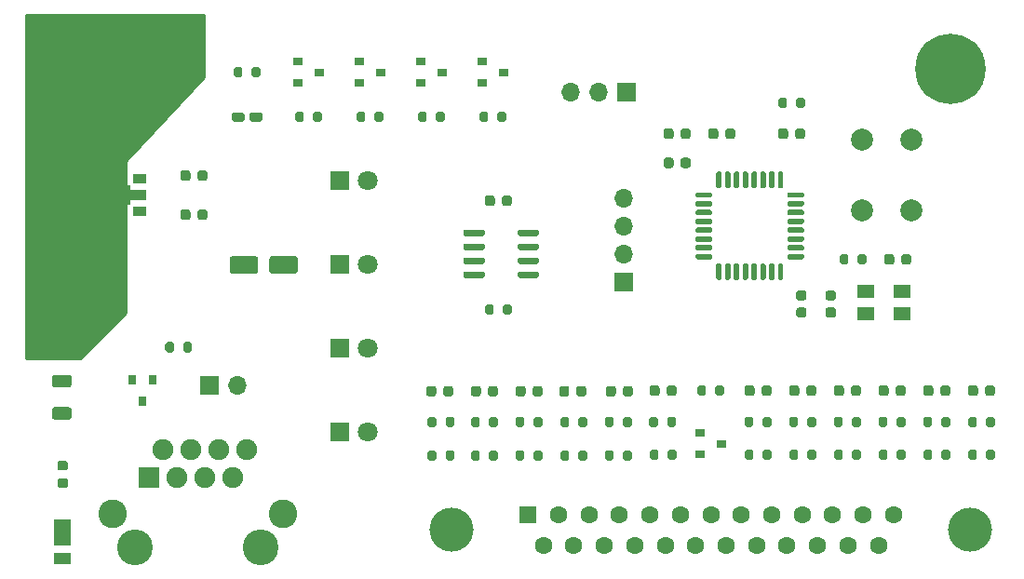
<source format=gbr>
%TF.GenerationSoftware,KiCad,Pcbnew,(5.1.8)-1*%
%TF.CreationDate,2021-02-10T22:47:22+08:00*%
%TF.ProjectId,mpg,6d70672e-6b69-4636-9164-5f7063625858,rev?*%
%TF.SameCoordinates,Original*%
%TF.FileFunction,Soldermask,Top*%
%TF.FilePolarity,Negative*%
%FSLAX46Y46*%
G04 Gerber Fmt 4.6, Leading zero omitted, Abs format (unit mm)*
G04 Created by KiCad (PCBNEW (5.1.8)-1) date 2021-02-10 22:47:22*
%MOMM*%
%LPD*%
G01*
G04 APERTURE LIST*
%ADD10R,1.900000X1.900000*%
%ADD11C,1.900000*%
%ADD12C,2.600000*%
%ADD13C,3.250000*%
%ADD14O,1.700000X1.700000*%
%ADD15R,1.700000X1.700000*%
%ADD16C,4.000000*%
%ADD17C,1.600000*%
%ADD18R,1.600000X1.600000*%
%ADD19C,1.800000*%
%ADD20R,1.800000X1.800000*%
%ADD21R,1.600000X1.300000*%
%ADD22R,0.800000X0.900000*%
%ADD23C,0.800000*%
%ADD24C,6.400000*%
%ADD25C,0.100000*%
%ADD26R,1.300000X0.900000*%
%ADD27C,2.000000*%
%ADD28R,0.900000X0.800000*%
%ADD29R,1.500000X1.050000*%
%ADD30R,1.500000X2.400000*%
%ADD31C,0.254000*%
G04 APERTURE END LIST*
D10*
%TO.C,J5*%
X100550000Y-97664000D03*
D11*
X101820000Y-95124000D03*
X103090000Y-97664000D03*
X104360000Y-95124000D03*
X105630000Y-97664000D03*
X106900000Y-95124000D03*
X108170000Y-97664000D03*
X109440000Y-95124000D03*
D12*
X97220000Y-100954000D03*
X112770000Y-100954000D03*
D13*
X99280000Y-104004000D03*
X110710000Y-104004000D03*
%TD*%
D14*
%TO.C,J4*%
X108597000Y-89238000D03*
D15*
X106057000Y-89238000D03*
%TD*%
%TO.C,U2*%
G36*
G01*
X158256000Y-78310000D02*
X158256000Y-79560000D01*
G75*
G02*
X158131000Y-79685000I-125000J0D01*
G01*
X157881000Y-79685000D01*
G75*
G02*
X157756000Y-79560000I0J125000D01*
G01*
X157756000Y-78310000D01*
G75*
G02*
X157881000Y-78185000I125000J0D01*
G01*
X158131000Y-78185000D01*
G75*
G02*
X158256000Y-78310000I0J-125000D01*
G01*
G37*
G36*
G01*
X157456000Y-78310000D02*
X157456000Y-79560000D01*
G75*
G02*
X157331000Y-79685000I-125000J0D01*
G01*
X157081000Y-79685000D01*
G75*
G02*
X156956000Y-79560000I0J125000D01*
G01*
X156956000Y-78310000D01*
G75*
G02*
X157081000Y-78185000I125000J0D01*
G01*
X157331000Y-78185000D01*
G75*
G02*
X157456000Y-78310000I0J-125000D01*
G01*
G37*
G36*
G01*
X156656000Y-78310000D02*
X156656000Y-79560000D01*
G75*
G02*
X156531000Y-79685000I-125000J0D01*
G01*
X156281000Y-79685000D01*
G75*
G02*
X156156000Y-79560000I0J125000D01*
G01*
X156156000Y-78310000D01*
G75*
G02*
X156281000Y-78185000I125000J0D01*
G01*
X156531000Y-78185000D01*
G75*
G02*
X156656000Y-78310000I0J-125000D01*
G01*
G37*
G36*
G01*
X155856000Y-78310000D02*
X155856000Y-79560000D01*
G75*
G02*
X155731000Y-79685000I-125000J0D01*
G01*
X155481000Y-79685000D01*
G75*
G02*
X155356000Y-79560000I0J125000D01*
G01*
X155356000Y-78310000D01*
G75*
G02*
X155481000Y-78185000I125000J0D01*
G01*
X155731000Y-78185000D01*
G75*
G02*
X155856000Y-78310000I0J-125000D01*
G01*
G37*
G36*
G01*
X155056000Y-78310000D02*
X155056000Y-79560000D01*
G75*
G02*
X154931000Y-79685000I-125000J0D01*
G01*
X154681000Y-79685000D01*
G75*
G02*
X154556000Y-79560000I0J125000D01*
G01*
X154556000Y-78310000D01*
G75*
G02*
X154681000Y-78185000I125000J0D01*
G01*
X154931000Y-78185000D01*
G75*
G02*
X155056000Y-78310000I0J-125000D01*
G01*
G37*
G36*
G01*
X154256000Y-78310000D02*
X154256000Y-79560000D01*
G75*
G02*
X154131000Y-79685000I-125000J0D01*
G01*
X153881000Y-79685000D01*
G75*
G02*
X153756000Y-79560000I0J125000D01*
G01*
X153756000Y-78310000D01*
G75*
G02*
X153881000Y-78185000I125000J0D01*
G01*
X154131000Y-78185000D01*
G75*
G02*
X154256000Y-78310000I0J-125000D01*
G01*
G37*
G36*
G01*
X153456000Y-78310000D02*
X153456000Y-79560000D01*
G75*
G02*
X153331000Y-79685000I-125000J0D01*
G01*
X153081000Y-79685000D01*
G75*
G02*
X152956000Y-79560000I0J125000D01*
G01*
X152956000Y-78310000D01*
G75*
G02*
X153081000Y-78185000I125000J0D01*
G01*
X153331000Y-78185000D01*
G75*
G02*
X153456000Y-78310000I0J-125000D01*
G01*
G37*
G36*
G01*
X152656000Y-78310000D02*
X152656000Y-79560000D01*
G75*
G02*
X152531000Y-79685000I-125000J0D01*
G01*
X152281000Y-79685000D01*
G75*
G02*
X152156000Y-79560000I0J125000D01*
G01*
X152156000Y-78310000D01*
G75*
G02*
X152281000Y-78185000I125000J0D01*
G01*
X152531000Y-78185000D01*
G75*
G02*
X152656000Y-78310000I0J-125000D01*
G01*
G37*
G36*
G01*
X151781000Y-77435000D02*
X151781000Y-77685000D01*
G75*
G02*
X151656000Y-77810000I-125000J0D01*
G01*
X150406000Y-77810000D01*
G75*
G02*
X150281000Y-77685000I0J125000D01*
G01*
X150281000Y-77435000D01*
G75*
G02*
X150406000Y-77310000I125000J0D01*
G01*
X151656000Y-77310000D01*
G75*
G02*
X151781000Y-77435000I0J-125000D01*
G01*
G37*
G36*
G01*
X151781000Y-76635000D02*
X151781000Y-76885000D01*
G75*
G02*
X151656000Y-77010000I-125000J0D01*
G01*
X150406000Y-77010000D01*
G75*
G02*
X150281000Y-76885000I0J125000D01*
G01*
X150281000Y-76635000D01*
G75*
G02*
X150406000Y-76510000I125000J0D01*
G01*
X151656000Y-76510000D01*
G75*
G02*
X151781000Y-76635000I0J-125000D01*
G01*
G37*
G36*
G01*
X151781000Y-75835000D02*
X151781000Y-76085000D01*
G75*
G02*
X151656000Y-76210000I-125000J0D01*
G01*
X150406000Y-76210000D01*
G75*
G02*
X150281000Y-76085000I0J125000D01*
G01*
X150281000Y-75835000D01*
G75*
G02*
X150406000Y-75710000I125000J0D01*
G01*
X151656000Y-75710000D01*
G75*
G02*
X151781000Y-75835000I0J-125000D01*
G01*
G37*
G36*
G01*
X151781000Y-75035000D02*
X151781000Y-75285000D01*
G75*
G02*
X151656000Y-75410000I-125000J0D01*
G01*
X150406000Y-75410000D01*
G75*
G02*
X150281000Y-75285000I0J125000D01*
G01*
X150281000Y-75035000D01*
G75*
G02*
X150406000Y-74910000I125000J0D01*
G01*
X151656000Y-74910000D01*
G75*
G02*
X151781000Y-75035000I0J-125000D01*
G01*
G37*
G36*
G01*
X151781000Y-74235000D02*
X151781000Y-74485000D01*
G75*
G02*
X151656000Y-74610000I-125000J0D01*
G01*
X150406000Y-74610000D01*
G75*
G02*
X150281000Y-74485000I0J125000D01*
G01*
X150281000Y-74235000D01*
G75*
G02*
X150406000Y-74110000I125000J0D01*
G01*
X151656000Y-74110000D01*
G75*
G02*
X151781000Y-74235000I0J-125000D01*
G01*
G37*
G36*
G01*
X151781000Y-73435000D02*
X151781000Y-73685000D01*
G75*
G02*
X151656000Y-73810000I-125000J0D01*
G01*
X150406000Y-73810000D01*
G75*
G02*
X150281000Y-73685000I0J125000D01*
G01*
X150281000Y-73435000D01*
G75*
G02*
X150406000Y-73310000I125000J0D01*
G01*
X151656000Y-73310000D01*
G75*
G02*
X151781000Y-73435000I0J-125000D01*
G01*
G37*
G36*
G01*
X151781000Y-72635000D02*
X151781000Y-72885000D01*
G75*
G02*
X151656000Y-73010000I-125000J0D01*
G01*
X150406000Y-73010000D01*
G75*
G02*
X150281000Y-72885000I0J125000D01*
G01*
X150281000Y-72635000D01*
G75*
G02*
X150406000Y-72510000I125000J0D01*
G01*
X151656000Y-72510000D01*
G75*
G02*
X151781000Y-72635000I0J-125000D01*
G01*
G37*
G36*
G01*
X151781000Y-71835000D02*
X151781000Y-72085000D01*
G75*
G02*
X151656000Y-72210000I-125000J0D01*
G01*
X150406000Y-72210000D01*
G75*
G02*
X150281000Y-72085000I0J125000D01*
G01*
X150281000Y-71835000D01*
G75*
G02*
X150406000Y-71710000I125000J0D01*
G01*
X151656000Y-71710000D01*
G75*
G02*
X151781000Y-71835000I0J-125000D01*
G01*
G37*
G36*
G01*
X152656000Y-69960000D02*
X152656000Y-71210000D01*
G75*
G02*
X152531000Y-71335000I-125000J0D01*
G01*
X152281000Y-71335000D01*
G75*
G02*
X152156000Y-71210000I0J125000D01*
G01*
X152156000Y-69960000D01*
G75*
G02*
X152281000Y-69835000I125000J0D01*
G01*
X152531000Y-69835000D01*
G75*
G02*
X152656000Y-69960000I0J-125000D01*
G01*
G37*
G36*
G01*
X153456000Y-69960000D02*
X153456000Y-71210000D01*
G75*
G02*
X153331000Y-71335000I-125000J0D01*
G01*
X153081000Y-71335000D01*
G75*
G02*
X152956000Y-71210000I0J125000D01*
G01*
X152956000Y-69960000D01*
G75*
G02*
X153081000Y-69835000I125000J0D01*
G01*
X153331000Y-69835000D01*
G75*
G02*
X153456000Y-69960000I0J-125000D01*
G01*
G37*
G36*
G01*
X154256000Y-69960000D02*
X154256000Y-71210000D01*
G75*
G02*
X154131000Y-71335000I-125000J0D01*
G01*
X153881000Y-71335000D01*
G75*
G02*
X153756000Y-71210000I0J125000D01*
G01*
X153756000Y-69960000D01*
G75*
G02*
X153881000Y-69835000I125000J0D01*
G01*
X154131000Y-69835000D01*
G75*
G02*
X154256000Y-69960000I0J-125000D01*
G01*
G37*
G36*
G01*
X155056000Y-69960000D02*
X155056000Y-71210000D01*
G75*
G02*
X154931000Y-71335000I-125000J0D01*
G01*
X154681000Y-71335000D01*
G75*
G02*
X154556000Y-71210000I0J125000D01*
G01*
X154556000Y-69960000D01*
G75*
G02*
X154681000Y-69835000I125000J0D01*
G01*
X154931000Y-69835000D01*
G75*
G02*
X155056000Y-69960000I0J-125000D01*
G01*
G37*
G36*
G01*
X155856000Y-69960000D02*
X155856000Y-71210000D01*
G75*
G02*
X155731000Y-71335000I-125000J0D01*
G01*
X155481000Y-71335000D01*
G75*
G02*
X155356000Y-71210000I0J125000D01*
G01*
X155356000Y-69960000D01*
G75*
G02*
X155481000Y-69835000I125000J0D01*
G01*
X155731000Y-69835000D01*
G75*
G02*
X155856000Y-69960000I0J-125000D01*
G01*
G37*
G36*
G01*
X156656000Y-69960000D02*
X156656000Y-71210000D01*
G75*
G02*
X156531000Y-71335000I-125000J0D01*
G01*
X156281000Y-71335000D01*
G75*
G02*
X156156000Y-71210000I0J125000D01*
G01*
X156156000Y-69960000D01*
G75*
G02*
X156281000Y-69835000I125000J0D01*
G01*
X156531000Y-69835000D01*
G75*
G02*
X156656000Y-69960000I0J-125000D01*
G01*
G37*
G36*
G01*
X157456000Y-69960000D02*
X157456000Y-71210000D01*
G75*
G02*
X157331000Y-71335000I-125000J0D01*
G01*
X157081000Y-71335000D01*
G75*
G02*
X156956000Y-71210000I0J125000D01*
G01*
X156956000Y-69960000D01*
G75*
G02*
X157081000Y-69835000I125000J0D01*
G01*
X157331000Y-69835000D01*
G75*
G02*
X157456000Y-69960000I0J-125000D01*
G01*
G37*
G36*
G01*
X158256000Y-69960000D02*
X158256000Y-71210000D01*
G75*
G02*
X158131000Y-71335000I-125000J0D01*
G01*
X157881000Y-71335000D01*
G75*
G02*
X157756000Y-71210000I0J125000D01*
G01*
X157756000Y-69960000D01*
G75*
G02*
X157881000Y-69835000I125000J0D01*
G01*
X158131000Y-69835000D01*
G75*
G02*
X158256000Y-69960000I0J-125000D01*
G01*
G37*
G36*
G01*
X160131000Y-71835000D02*
X160131000Y-72085000D01*
G75*
G02*
X160006000Y-72210000I-125000J0D01*
G01*
X158756000Y-72210000D01*
G75*
G02*
X158631000Y-72085000I0J125000D01*
G01*
X158631000Y-71835000D01*
G75*
G02*
X158756000Y-71710000I125000J0D01*
G01*
X160006000Y-71710000D01*
G75*
G02*
X160131000Y-71835000I0J-125000D01*
G01*
G37*
G36*
G01*
X160131000Y-72635000D02*
X160131000Y-72885000D01*
G75*
G02*
X160006000Y-73010000I-125000J0D01*
G01*
X158756000Y-73010000D01*
G75*
G02*
X158631000Y-72885000I0J125000D01*
G01*
X158631000Y-72635000D01*
G75*
G02*
X158756000Y-72510000I125000J0D01*
G01*
X160006000Y-72510000D01*
G75*
G02*
X160131000Y-72635000I0J-125000D01*
G01*
G37*
G36*
G01*
X160131000Y-73435000D02*
X160131000Y-73685000D01*
G75*
G02*
X160006000Y-73810000I-125000J0D01*
G01*
X158756000Y-73810000D01*
G75*
G02*
X158631000Y-73685000I0J125000D01*
G01*
X158631000Y-73435000D01*
G75*
G02*
X158756000Y-73310000I125000J0D01*
G01*
X160006000Y-73310000D01*
G75*
G02*
X160131000Y-73435000I0J-125000D01*
G01*
G37*
G36*
G01*
X160131000Y-74235000D02*
X160131000Y-74485000D01*
G75*
G02*
X160006000Y-74610000I-125000J0D01*
G01*
X158756000Y-74610000D01*
G75*
G02*
X158631000Y-74485000I0J125000D01*
G01*
X158631000Y-74235000D01*
G75*
G02*
X158756000Y-74110000I125000J0D01*
G01*
X160006000Y-74110000D01*
G75*
G02*
X160131000Y-74235000I0J-125000D01*
G01*
G37*
G36*
G01*
X160131000Y-75035000D02*
X160131000Y-75285000D01*
G75*
G02*
X160006000Y-75410000I-125000J0D01*
G01*
X158756000Y-75410000D01*
G75*
G02*
X158631000Y-75285000I0J125000D01*
G01*
X158631000Y-75035000D01*
G75*
G02*
X158756000Y-74910000I125000J0D01*
G01*
X160006000Y-74910000D01*
G75*
G02*
X160131000Y-75035000I0J-125000D01*
G01*
G37*
G36*
G01*
X160131000Y-75835000D02*
X160131000Y-76085000D01*
G75*
G02*
X160006000Y-76210000I-125000J0D01*
G01*
X158756000Y-76210000D01*
G75*
G02*
X158631000Y-76085000I0J125000D01*
G01*
X158631000Y-75835000D01*
G75*
G02*
X158756000Y-75710000I125000J0D01*
G01*
X160006000Y-75710000D01*
G75*
G02*
X160131000Y-75835000I0J-125000D01*
G01*
G37*
G36*
G01*
X160131000Y-76635000D02*
X160131000Y-76885000D01*
G75*
G02*
X160006000Y-77010000I-125000J0D01*
G01*
X158756000Y-77010000D01*
G75*
G02*
X158631000Y-76885000I0J125000D01*
G01*
X158631000Y-76635000D01*
G75*
G02*
X158756000Y-76510000I125000J0D01*
G01*
X160006000Y-76510000D01*
G75*
G02*
X160131000Y-76635000I0J-125000D01*
G01*
G37*
G36*
G01*
X160131000Y-77435000D02*
X160131000Y-77685000D01*
G75*
G02*
X160006000Y-77810000I-125000J0D01*
G01*
X158756000Y-77810000D01*
G75*
G02*
X158631000Y-77685000I0J125000D01*
G01*
X158631000Y-77435000D01*
G75*
G02*
X158756000Y-77310000I125000J0D01*
G01*
X160006000Y-77310000D01*
G75*
G02*
X160131000Y-77435000I0J-125000D01*
G01*
G37*
%TD*%
D14*
%TO.C,J2*%
X143776000Y-72220000D03*
X143776000Y-74760000D03*
X143776000Y-77300000D03*
D15*
X143776000Y-79840000D03*
%TD*%
D16*
%TO.C,J1*%
X175220000Y-102424000D03*
X128120000Y-102424000D03*
D17*
X166905000Y-103844000D03*
X164135000Y-103844000D03*
X161365000Y-103844000D03*
X158595000Y-103844000D03*
X155825000Y-103844000D03*
X153055000Y-103844000D03*
X150285000Y-103844000D03*
X147515000Y-103844000D03*
X144745000Y-103844000D03*
X141975000Y-103844000D03*
X139205000Y-103844000D03*
X136435000Y-103844000D03*
X168290000Y-101004000D03*
X165520000Y-101004000D03*
X162750000Y-101004000D03*
X159980000Y-101004000D03*
X157210000Y-101004000D03*
X154440000Y-101004000D03*
X151670000Y-101004000D03*
X148900000Y-101004000D03*
X146130000Y-101004000D03*
X143360000Y-101004000D03*
X140590000Y-101004000D03*
X137820000Y-101004000D03*
D18*
X135050000Y-101004000D03*
%TD*%
D19*
%TO.C,D6*%
X120484200Y-93515360D03*
D20*
X117944200Y-93515360D03*
%TD*%
%TO.C,C10*%
G36*
G01*
X111510000Y-78866000D02*
X111510000Y-77766000D01*
G75*
G02*
X111760000Y-77516000I250000J0D01*
G01*
X113860000Y-77516000D01*
G75*
G02*
X114110000Y-77766000I0J-250000D01*
G01*
X114110000Y-78866000D01*
G75*
G02*
X113860000Y-79116000I-250000J0D01*
G01*
X111760000Y-79116000D01*
G75*
G02*
X111510000Y-78866000I0J250000D01*
G01*
G37*
G36*
G01*
X107910000Y-78866000D02*
X107910000Y-77766000D01*
G75*
G02*
X108160000Y-77516000I250000J0D01*
G01*
X110260000Y-77516000D01*
G75*
G02*
X110510000Y-77766000I0J-250000D01*
G01*
X110510000Y-78866000D01*
G75*
G02*
X110260000Y-79116000I-250000J0D01*
G01*
X108160000Y-79116000D01*
G75*
G02*
X107910000Y-78866000I0J250000D01*
G01*
G37*
%TD*%
%TO.C,C8*%
G36*
G01*
X104985000Y-70438000D02*
X104985000Y-69938000D01*
G75*
G02*
X105210000Y-69713000I225000J0D01*
G01*
X105660000Y-69713000D01*
G75*
G02*
X105885000Y-69938000I0J-225000D01*
G01*
X105885000Y-70438000D01*
G75*
G02*
X105660000Y-70663000I-225000J0D01*
G01*
X105210000Y-70663000D01*
G75*
G02*
X104985000Y-70438000I0J225000D01*
G01*
G37*
G36*
G01*
X103435000Y-70438000D02*
X103435000Y-69938000D01*
G75*
G02*
X103660000Y-69713000I225000J0D01*
G01*
X104110000Y-69713000D01*
G75*
G02*
X104335000Y-69938000I0J-225000D01*
G01*
X104335000Y-70438000D01*
G75*
G02*
X104110000Y-70663000I-225000J0D01*
G01*
X103660000Y-70663000D01*
G75*
G02*
X103435000Y-70438000I0J225000D01*
G01*
G37*
%TD*%
%TO.C,C6*%
G36*
G01*
X93290001Y-89454000D02*
X91989999Y-89454000D01*
G75*
G02*
X91740000Y-89204001I0J249999D01*
G01*
X91740000Y-88553999D01*
G75*
G02*
X91989999Y-88304000I249999J0D01*
G01*
X93290001Y-88304000D01*
G75*
G02*
X93540000Y-88553999I0J-249999D01*
G01*
X93540000Y-89204001D01*
G75*
G02*
X93290001Y-89454000I-249999J0D01*
G01*
G37*
G36*
G01*
X93290001Y-92404000D02*
X91989999Y-92404000D01*
G75*
G02*
X91740000Y-92154001I0J249999D01*
G01*
X91740000Y-91503999D01*
G75*
G02*
X91989999Y-91254000I249999J0D01*
G01*
X93290001Y-91254000D01*
G75*
G02*
X93540000Y-91503999I0J-249999D01*
G01*
X93540000Y-92154001D01*
G75*
G02*
X93290001Y-92404000I-249999J0D01*
G01*
G37*
%TD*%
%TO.C,C5*%
G36*
G01*
X104985000Y-73994000D02*
X104985000Y-73494000D01*
G75*
G02*
X105210000Y-73269000I225000J0D01*
G01*
X105660000Y-73269000D01*
G75*
G02*
X105885000Y-73494000I0J-225000D01*
G01*
X105885000Y-73994000D01*
G75*
G02*
X105660000Y-74219000I-225000J0D01*
G01*
X105210000Y-74219000D01*
G75*
G02*
X104985000Y-73994000I0J225000D01*
G01*
G37*
G36*
G01*
X103435000Y-73994000D02*
X103435000Y-73494000D01*
G75*
G02*
X103660000Y-73269000I225000J0D01*
G01*
X104110000Y-73269000D01*
G75*
G02*
X104335000Y-73494000I0J-225000D01*
G01*
X104335000Y-73994000D01*
G75*
G02*
X104110000Y-74219000I-225000J0D01*
G01*
X103660000Y-74219000D01*
G75*
G02*
X103435000Y-73994000I0J225000D01*
G01*
G37*
%TD*%
D21*
%TO.C,Y1*%
X165748000Y-80737200D03*
X169048000Y-80737200D03*
X169048000Y-82737200D03*
X165748000Y-82737200D03*
%TD*%
D22*
%TO.C,U4*%
X99961000Y-90746000D03*
X99011000Y-88746000D03*
X100911000Y-88746000D03*
%TD*%
%TO.C,R34*%
G36*
G01*
X131413000Y-64579000D02*
X131413000Y-65129000D01*
G75*
G02*
X131213000Y-65329000I-200000J0D01*
G01*
X130813000Y-65329000D01*
G75*
G02*
X130613000Y-65129000I0J200000D01*
G01*
X130613000Y-64579000D01*
G75*
G02*
X130813000Y-64379000I200000J0D01*
G01*
X131213000Y-64379000D01*
G75*
G02*
X131413000Y-64579000I0J-200000D01*
G01*
G37*
G36*
G01*
X133063000Y-64579000D02*
X133063000Y-65129000D01*
G75*
G02*
X132863000Y-65329000I-200000J0D01*
G01*
X132463000Y-65329000D01*
G75*
G02*
X132263000Y-65129000I0J200000D01*
G01*
X132263000Y-64579000D01*
G75*
G02*
X132463000Y-64379000I200000J0D01*
G01*
X132863000Y-64379000D01*
G75*
G02*
X133063000Y-64579000I0J-200000D01*
G01*
G37*
%TD*%
%TO.C,R33*%
G36*
G01*
X165029000Y-78083000D02*
X165029000Y-77533000D01*
G75*
G02*
X165229000Y-77333000I200000J0D01*
G01*
X165629000Y-77333000D01*
G75*
G02*
X165829000Y-77533000I0J-200000D01*
G01*
X165829000Y-78083000D01*
G75*
G02*
X165629000Y-78283000I-200000J0D01*
G01*
X165229000Y-78283000D01*
G75*
G02*
X165029000Y-78083000I0J200000D01*
G01*
G37*
G36*
G01*
X163379000Y-78083000D02*
X163379000Y-77533000D01*
G75*
G02*
X163579000Y-77333000I200000J0D01*
G01*
X163979000Y-77333000D01*
G75*
G02*
X164179000Y-77533000I0J-200000D01*
G01*
X164179000Y-78083000D01*
G75*
G02*
X163979000Y-78283000I-200000J0D01*
G01*
X163579000Y-78283000D01*
G75*
G02*
X163379000Y-78083000I0J200000D01*
G01*
G37*
%TD*%
%TO.C,R32*%
G36*
G01*
X176720020Y-92878200D02*
X176720020Y-92328200D01*
G75*
G02*
X176920020Y-92128200I200000J0D01*
G01*
X177320020Y-92128200D01*
G75*
G02*
X177520020Y-92328200I0J-200000D01*
G01*
X177520020Y-92878200D01*
G75*
G02*
X177320020Y-93078200I-200000J0D01*
G01*
X176920020Y-93078200D01*
G75*
G02*
X176720020Y-92878200I0J200000D01*
G01*
G37*
G36*
G01*
X175070020Y-92878200D02*
X175070020Y-92328200D01*
G75*
G02*
X175270020Y-92128200I200000J0D01*
G01*
X175670020Y-92128200D01*
G75*
G02*
X175870020Y-92328200I0J-200000D01*
G01*
X175870020Y-92878200D01*
G75*
G02*
X175670020Y-93078200I-200000J0D01*
G01*
X175270020Y-93078200D01*
G75*
G02*
X175070020Y-92878200I0J200000D01*
G01*
G37*
%TD*%
%TO.C,R31*%
G36*
G01*
X175870020Y-95313000D02*
X175870020Y-95863000D01*
G75*
G02*
X175670020Y-96063000I-200000J0D01*
G01*
X175270020Y-96063000D01*
G75*
G02*
X175070020Y-95863000I0J200000D01*
G01*
X175070020Y-95313000D01*
G75*
G02*
X175270020Y-95113000I200000J0D01*
G01*
X175670020Y-95113000D01*
G75*
G02*
X175870020Y-95313000I0J-200000D01*
G01*
G37*
G36*
G01*
X177520020Y-95313000D02*
X177520020Y-95863000D01*
G75*
G02*
X177320020Y-96063000I-200000J0D01*
G01*
X176920020Y-96063000D01*
G75*
G02*
X176720020Y-95863000I0J200000D01*
G01*
X176720020Y-95313000D01*
G75*
G02*
X176920020Y-95113000I200000J0D01*
G01*
X177320020Y-95113000D01*
G75*
G02*
X177520020Y-95313000I0J-200000D01*
G01*
G37*
%TD*%
%TO.C,R30*%
G36*
G01*
X171799000Y-92328200D02*
X171799000Y-92878200D01*
G75*
G02*
X171599000Y-93078200I-200000J0D01*
G01*
X171199000Y-93078200D01*
G75*
G02*
X170999000Y-92878200I0J200000D01*
G01*
X170999000Y-92328200D01*
G75*
G02*
X171199000Y-92128200I200000J0D01*
G01*
X171599000Y-92128200D01*
G75*
G02*
X171799000Y-92328200I0J-200000D01*
G01*
G37*
G36*
G01*
X173449000Y-92328200D02*
X173449000Y-92878200D01*
G75*
G02*
X173249000Y-93078200I-200000J0D01*
G01*
X172849000Y-93078200D01*
G75*
G02*
X172649000Y-92878200I0J200000D01*
G01*
X172649000Y-92328200D01*
G75*
G02*
X172849000Y-92128200I200000J0D01*
G01*
X173249000Y-92128200D01*
G75*
G02*
X173449000Y-92328200I0J-200000D01*
G01*
G37*
%TD*%
%TO.C,R29*%
G36*
G01*
X172649000Y-95863000D02*
X172649000Y-95313000D01*
G75*
G02*
X172849000Y-95113000I200000J0D01*
G01*
X173249000Y-95113000D01*
G75*
G02*
X173449000Y-95313000I0J-200000D01*
G01*
X173449000Y-95863000D01*
G75*
G02*
X173249000Y-96063000I-200000J0D01*
G01*
X172849000Y-96063000D01*
G75*
G02*
X172649000Y-95863000I0J200000D01*
G01*
G37*
G36*
G01*
X170999000Y-95863000D02*
X170999000Y-95313000D01*
G75*
G02*
X171199000Y-95113000I200000J0D01*
G01*
X171599000Y-95113000D01*
G75*
G02*
X171799000Y-95313000I0J-200000D01*
G01*
X171799000Y-95863000D01*
G75*
G02*
X171599000Y-96063000I-200000J0D01*
G01*
X171199000Y-96063000D01*
G75*
G02*
X170999000Y-95863000I0J200000D01*
G01*
G37*
%TD*%
%TO.C,R28*%
G36*
G01*
X168585000Y-92878200D02*
X168585000Y-92328200D01*
G75*
G02*
X168785000Y-92128200I200000J0D01*
G01*
X169185000Y-92128200D01*
G75*
G02*
X169385000Y-92328200I0J-200000D01*
G01*
X169385000Y-92878200D01*
G75*
G02*
X169185000Y-93078200I-200000J0D01*
G01*
X168785000Y-93078200D01*
G75*
G02*
X168585000Y-92878200I0J200000D01*
G01*
G37*
G36*
G01*
X166935000Y-92878200D02*
X166935000Y-92328200D01*
G75*
G02*
X167135000Y-92128200I200000J0D01*
G01*
X167535000Y-92128200D01*
G75*
G02*
X167735000Y-92328200I0J-200000D01*
G01*
X167735000Y-92878200D01*
G75*
G02*
X167535000Y-93078200I-200000J0D01*
G01*
X167135000Y-93078200D01*
G75*
G02*
X166935000Y-92878200I0J200000D01*
G01*
G37*
%TD*%
%TO.C,R27*%
G36*
G01*
X167735000Y-95313000D02*
X167735000Y-95863000D01*
G75*
G02*
X167535000Y-96063000I-200000J0D01*
G01*
X167135000Y-96063000D01*
G75*
G02*
X166935000Y-95863000I0J200000D01*
G01*
X166935000Y-95313000D01*
G75*
G02*
X167135000Y-95113000I200000J0D01*
G01*
X167535000Y-95113000D01*
G75*
G02*
X167735000Y-95313000I0J-200000D01*
G01*
G37*
G36*
G01*
X169385000Y-95313000D02*
X169385000Y-95863000D01*
G75*
G02*
X169185000Y-96063000I-200000J0D01*
G01*
X168785000Y-96063000D01*
G75*
G02*
X168585000Y-95863000I0J200000D01*
G01*
X168585000Y-95313000D01*
G75*
G02*
X168785000Y-95113000I200000J0D01*
G01*
X169185000Y-95113000D01*
G75*
G02*
X169385000Y-95313000I0J-200000D01*
G01*
G37*
%TD*%
%TO.C,R26*%
G36*
G01*
X163671000Y-92328200D02*
X163671000Y-92878200D01*
G75*
G02*
X163471000Y-93078200I-200000J0D01*
G01*
X163071000Y-93078200D01*
G75*
G02*
X162871000Y-92878200I0J200000D01*
G01*
X162871000Y-92328200D01*
G75*
G02*
X163071000Y-92128200I200000J0D01*
G01*
X163471000Y-92128200D01*
G75*
G02*
X163671000Y-92328200I0J-200000D01*
G01*
G37*
G36*
G01*
X165321000Y-92328200D02*
X165321000Y-92878200D01*
G75*
G02*
X165121000Y-93078200I-200000J0D01*
G01*
X164721000Y-93078200D01*
G75*
G02*
X164521000Y-92878200I0J200000D01*
G01*
X164521000Y-92328200D01*
G75*
G02*
X164721000Y-92128200I200000J0D01*
G01*
X165121000Y-92128200D01*
G75*
G02*
X165321000Y-92328200I0J-200000D01*
G01*
G37*
%TD*%
%TO.C,R25*%
G36*
G01*
X164521000Y-95863000D02*
X164521000Y-95313000D01*
G75*
G02*
X164721000Y-95113000I200000J0D01*
G01*
X165121000Y-95113000D01*
G75*
G02*
X165321000Y-95313000I0J-200000D01*
G01*
X165321000Y-95863000D01*
G75*
G02*
X165121000Y-96063000I-200000J0D01*
G01*
X164721000Y-96063000D01*
G75*
G02*
X164521000Y-95863000I0J200000D01*
G01*
G37*
G36*
G01*
X162871000Y-95863000D02*
X162871000Y-95313000D01*
G75*
G02*
X163071000Y-95113000I200000J0D01*
G01*
X163471000Y-95113000D01*
G75*
G02*
X163671000Y-95313000I0J-200000D01*
G01*
X163671000Y-95863000D01*
G75*
G02*
X163471000Y-96063000I-200000J0D01*
G01*
X163071000Y-96063000D01*
G75*
G02*
X162871000Y-95863000I0J200000D01*
G01*
G37*
%TD*%
%TO.C,R24*%
G36*
G01*
X160457000Y-92878200D02*
X160457000Y-92328200D01*
G75*
G02*
X160657000Y-92128200I200000J0D01*
G01*
X161057000Y-92128200D01*
G75*
G02*
X161257000Y-92328200I0J-200000D01*
G01*
X161257000Y-92878200D01*
G75*
G02*
X161057000Y-93078200I-200000J0D01*
G01*
X160657000Y-93078200D01*
G75*
G02*
X160457000Y-92878200I0J200000D01*
G01*
G37*
G36*
G01*
X158807000Y-92878200D02*
X158807000Y-92328200D01*
G75*
G02*
X159007000Y-92128200I200000J0D01*
G01*
X159407000Y-92128200D01*
G75*
G02*
X159607000Y-92328200I0J-200000D01*
G01*
X159607000Y-92878200D01*
G75*
G02*
X159407000Y-93078200I-200000J0D01*
G01*
X159007000Y-93078200D01*
G75*
G02*
X158807000Y-92878200I0J200000D01*
G01*
G37*
%TD*%
%TO.C,R23*%
G36*
G01*
X159607000Y-95313000D02*
X159607000Y-95863000D01*
G75*
G02*
X159407000Y-96063000I-200000J0D01*
G01*
X159007000Y-96063000D01*
G75*
G02*
X158807000Y-95863000I0J200000D01*
G01*
X158807000Y-95313000D01*
G75*
G02*
X159007000Y-95113000I200000J0D01*
G01*
X159407000Y-95113000D01*
G75*
G02*
X159607000Y-95313000I0J-200000D01*
G01*
G37*
G36*
G01*
X161257000Y-95313000D02*
X161257000Y-95863000D01*
G75*
G02*
X161057000Y-96063000I-200000J0D01*
G01*
X160657000Y-96063000D01*
G75*
G02*
X160457000Y-95863000I0J200000D01*
G01*
X160457000Y-95313000D01*
G75*
G02*
X160657000Y-95113000I200000J0D01*
G01*
X161057000Y-95113000D01*
G75*
G02*
X161257000Y-95313000I0J-200000D01*
G01*
G37*
%TD*%
%TO.C,C24*%
G36*
G01*
X168993000Y-78058000D02*
X168993000Y-77558000D01*
G75*
G02*
X169218000Y-77333000I225000J0D01*
G01*
X169668000Y-77333000D01*
G75*
G02*
X169893000Y-77558000I0J-225000D01*
G01*
X169893000Y-78058000D01*
G75*
G02*
X169668000Y-78283000I-225000J0D01*
G01*
X169218000Y-78283000D01*
G75*
G02*
X168993000Y-78058000I0J225000D01*
G01*
G37*
G36*
G01*
X167443000Y-78058000D02*
X167443000Y-77558000D01*
G75*
G02*
X167668000Y-77333000I225000J0D01*
G01*
X168118000Y-77333000D01*
G75*
G02*
X168343000Y-77558000I0J-225000D01*
G01*
X168343000Y-78058000D01*
G75*
G02*
X168118000Y-78283000I-225000J0D01*
G01*
X167668000Y-78283000D01*
G75*
G02*
X167443000Y-78058000I0J225000D01*
G01*
G37*
%TD*%
%TO.C,C23*%
G36*
G01*
X162322000Y-82197000D02*
X162822000Y-82197000D01*
G75*
G02*
X163047000Y-82422000I0J-225000D01*
G01*
X163047000Y-82872000D01*
G75*
G02*
X162822000Y-83097000I-225000J0D01*
G01*
X162322000Y-83097000D01*
G75*
G02*
X162097000Y-82872000I0J225000D01*
G01*
X162097000Y-82422000D01*
G75*
G02*
X162322000Y-82197000I225000J0D01*
G01*
G37*
G36*
G01*
X162322000Y-80647000D02*
X162822000Y-80647000D01*
G75*
G02*
X163047000Y-80872000I0J-225000D01*
G01*
X163047000Y-81322000D01*
G75*
G02*
X162822000Y-81547000I-225000J0D01*
G01*
X162322000Y-81547000D01*
G75*
G02*
X162097000Y-81322000I0J225000D01*
G01*
X162097000Y-80872000D01*
G75*
G02*
X162322000Y-80647000I225000J0D01*
G01*
G37*
%TD*%
%TO.C,C22*%
G36*
G01*
X175963000Y-89496000D02*
X175963000Y-89996000D01*
G75*
G02*
X175738000Y-90221000I-225000J0D01*
G01*
X175288000Y-90221000D01*
G75*
G02*
X175063000Y-89996000I0J225000D01*
G01*
X175063000Y-89496000D01*
G75*
G02*
X175288000Y-89271000I225000J0D01*
G01*
X175738000Y-89271000D01*
G75*
G02*
X175963000Y-89496000I0J-225000D01*
G01*
G37*
G36*
G01*
X177513000Y-89496000D02*
X177513000Y-89996000D01*
G75*
G02*
X177288000Y-90221000I-225000J0D01*
G01*
X176838000Y-90221000D01*
G75*
G02*
X176613000Y-89996000I0J225000D01*
G01*
X176613000Y-89496000D01*
G75*
G02*
X176838000Y-89271000I225000J0D01*
G01*
X177288000Y-89271000D01*
G75*
G02*
X177513000Y-89496000I0J-225000D01*
G01*
G37*
%TD*%
%TO.C,C21*%
G36*
G01*
X172549000Y-89996000D02*
X172549000Y-89496000D01*
G75*
G02*
X172774000Y-89271000I225000J0D01*
G01*
X173224000Y-89271000D01*
G75*
G02*
X173449000Y-89496000I0J-225000D01*
G01*
X173449000Y-89996000D01*
G75*
G02*
X173224000Y-90221000I-225000J0D01*
G01*
X172774000Y-90221000D01*
G75*
G02*
X172549000Y-89996000I0J225000D01*
G01*
G37*
G36*
G01*
X170999000Y-89996000D02*
X170999000Y-89496000D01*
G75*
G02*
X171224000Y-89271000I225000J0D01*
G01*
X171674000Y-89271000D01*
G75*
G02*
X171899000Y-89496000I0J-225000D01*
G01*
X171899000Y-89996000D01*
G75*
G02*
X171674000Y-90221000I-225000J0D01*
G01*
X171224000Y-90221000D01*
G75*
G02*
X170999000Y-89996000I0J225000D01*
G01*
G37*
%TD*%
%TO.C,C20*%
G36*
G01*
X167835000Y-89496000D02*
X167835000Y-89996000D01*
G75*
G02*
X167610000Y-90221000I-225000J0D01*
G01*
X167160000Y-90221000D01*
G75*
G02*
X166935000Y-89996000I0J225000D01*
G01*
X166935000Y-89496000D01*
G75*
G02*
X167160000Y-89271000I225000J0D01*
G01*
X167610000Y-89271000D01*
G75*
G02*
X167835000Y-89496000I0J-225000D01*
G01*
G37*
G36*
G01*
X169385000Y-89496000D02*
X169385000Y-89996000D01*
G75*
G02*
X169160000Y-90221000I-225000J0D01*
G01*
X168710000Y-90221000D01*
G75*
G02*
X168485000Y-89996000I0J225000D01*
G01*
X168485000Y-89496000D01*
G75*
G02*
X168710000Y-89271000I225000J0D01*
G01*
X169160000Y-89271000D01*
G75*
G02*
X169385000Y-89496000I0J-225000D01*
G01*
G37*
%TD*%
%TO.C,C19*%
G36*
G01*
X164421000Y-89996000D02*
X164421000Y-89496000D01*
G75*
G02*
X164646000Y-89271000I225000J0D01*
G01*
X165096000Y-89271000D01*
G75*
G02*
X165321000Y-89496000I0J-225000D01*
G01*
X165321000Y-89996000D01*
G75*
G02*
X165096000Y-90221000I-225000J0D01*
G01*
X164646000Y-90221000D01*
G75*
G02*
X164421000Y-89996000I0J225000D01*
G01*
G37*
G36*
G01*
X162871000Y-89996000D02*
X162871000Y-89496000D01*
G75*
G02*
X163096000Y-89271000I225000J0D01*
G01*
X163546000Y-89271000D01*
G75*
G02*
X163771000Y-89496000I0J-225000D01*
G01*
X163771000Y-89996000D01*
G75*
G02*
X163546000Y-90221000I-225000J0D01*
G01*
X163096000Y-90221000D01*
G75*
G02*
X162871000Y-89996000I0J225000D01*
G01*
G37*
%TD*%
%TO.C,C18*%
G36*
G01*
X159707000Y-89496000D02*
X159707000Y-89996000D01*
G75*
G02*
X159482000Y-90221000I-225000J0D01*
G01*
X159032000Y-90221000D01*
G75*
G02*
X158807000Y-89996000I0J225000D01*
G01*
X158807000Y-89496000D01*
G75*
G02*
X159032000Y-89271000I225000J0D01*
G01*
X159482000Y-89271000D01*
G75*
G02*
X159707000Y-89496000I0J-225000D01*
G01*
G37*
G36*
G01*
X161257000Y-89496000D02*
X161257000Y-89996000D01*
G75*
G02*
X161032000Y-90221000I-225000J0D01*
G01*
X160582000Y-90221000D01*
G75*
G02*
X160357000Y-89996000I0J225000D01*
G01*
X160357000Y-89496000D01*
G75*
G02*
X160582000Y-89271000I225000J0D01*
G01*
X161032000Y-89271000D01*
G75*
G02*
X161257000Y-89496000I0J-225000D01*
G01*
G37*
%TD*%
%TO.C,C17*%
G36*
G01*
X156293000Y-89996000D02*
X156293000Y-89496000D01*
G75*
G02*
X156518000Y-89271000I225000J0D01*
G01*
X156968000Y-89271000D01*
G75*
G02*
X157193000Y-89496000I0J-225000D01*
G01*
X157193000Y-89996000D01*
G75*
G02*
X156968000Y-90221000I-225000J0D01*
G01*
X156518000Y-90221000D01*
G75*
G02*
X156293000Y-89996000I0J225000D01*
G01*
G37*
G36*
G01*
X154743000Y-89996000D02*
X154743000Y-89496000D01*
G75*
G02*
X154968000Y-89271000I225000J0D01*
G01*
X155418000Y-89271000D01*
G75*
G02*
X155643000Y-89496000I0J-225000D01*
G01*
X155643000Y-89996000D01*
G75*
G02*
X155418000Y-90221000I-225000J0D01*
G01*
X154968000Y-90221000D01*
G75*
G02*
X154743000Y-89996000I0J225000D01*
G01*
G37*
%TD*%
%TO.C,C16*%
G36*
G01*
X127337000Y-90059200D02*
X127337000Y-89559200D01*
G75*
G02*
X127562000Y-89334200I225000J0D01*
G01*
X128012000Y-89334200D01*
G75*
G02*
X128237000Y-89559200I0J-225000D01*
G01*
X128237000Y-90059200D01*
G75*
G02*
X128012000Y-90284200I-225000J0D01*
G01*
X127562000Y-90284200D01*
G75*
G02*
X127337000Y-90059200I0J225000D01*
G01*
G37*
G36*
G01*
X125787000Y-90059200D02*
X125787000Y-89559200D01*
G75*
G02*
X126012000Y-89334200I225000J0D01*
G01*
X126462000Y-89334200D01*
G75*
G02*
X126687000Y-89559200I0J-225000D01*
G01*
X126687000Y-90059200D01*
G75*
G02*
X126462000Y-90284200I-225000J0D01*
G01*
X126012000Y-90284200D01*
G75*
G02*
X125787000Y-90059200I0J225000D01*
G01*
G37*
%TD*%
%TO.C,C15*%
G36*
G01*
X135465000Y-90059200D02*
X135465000Y-89559200D01*
G75*
G02*
X135690000Y-89334200I225000J0D01*
G01*
X136140000Y-89334200D01*
G75*
G02*
X136365000Y-89559200I0J-225000D01*
G01*
X136365000Y-90059200D01*
G75*
G02*
X136140000Y-90284200I-225000J0D01*
G01*
X135690000Y-90284200D01*
G75*
G02*
X135465000Y-90059200I0J225000D01*
G01*
G37*
G36*
G01*
X133915000Y-90059200D02*
X133915000Y-89559200D01*
G75*
G02*
X134140000Y-89334200I225000J0D01*
G01*
X134590000Y-89334200D01*
G75*
G02*
X134815000Y-89559200I0J-225000D01*
G01*
X134815000Y-90059200D01*
G75*
G02*
X134590000Y-90284200I-225000J0D01*
G01*
X134140000Y-90284200D01*
G75*
G02*
X133915000Y-90059200I0J225000D01*
G01*
G37*
%TD*%
%TO.C,C14*%
G36*
G01*
X130751000Y-89559200D02*
X130751000Y-90059200D01*
G75*
G02*
X130526000Y-90284200I-225000J0D01*
G01*
X130076000Y-90284200D01*
G75*
G02*
X129851000Y-90059200I0J225000D01*
G01*
X129851000Y-89559200D01*
G75*
G02*
X130076000Y-89334200I225000J0D01*
G01*
X130526000Y-89334200D01*
G75*
G02*
X130751000Y-89559200I0J-225000D01*
G01*
G37*
G36*
G01*
X132301000Y-89559200D02*
X132301000Y-90059200D01*
G75*
G02*
X132076000Y-90284200I-225000J0D01*
G01*
X131626000Y-90284200D01*
G75*
G02*
X131401000Y-90059200I0J225000D01*
G01*
X131401000Y-89559200D01*
G75*
G02*
X131626000Y-89334200I225000J0D01*
G01*
X132076000Y-89334200D01*
G75*
G02*
X132301000Y-89559200I0J-225000D01*
G01*
G37*
%TD*%
D23*
%TO.C,H2*%
X175197056Y-62191056D03*
X175900000Y-60494000D03*
X175197056Y-58796944D03*
X173500000Y-58094000D03*
X171802944Y-58796944D03*
X171100000Y-60494000D03*
X171802944Y-62191056D03*
X173500000Y-62894000D03*
D24*
X173500000Y-60494000D03*
%TD*%
D23*
%TO.C,H1*%
X95907056Y-62121056D03*
X96610000Y-60424000D03*
X95907056Y-58726944D03*
X94210000Y-58024000D03*
X92512944Y-58726944D03*
X91810000Y-60424000D03*
X92512944Y-62121056D03*
X94210000Y-62824000D03*
D24*
X94210000Y-60424000D03*
%TD*%
%TO.C,U3*%
G36*
G01*
X131100000Y-79055000D02*
X131100000Y-79355000D01*
G75*
G02*
X130950000Y-79505000I-150000J0D01*
G01*
X129300000Y-79505000D01*
G75*
G02*
X129150000Y-79355000I0J150000D01*
G01*
X129150000Y-79055000D01*
G75*
G02*
X129300000Y-78905000I150000J0D01*
G01*
X130950000Y-78905000D01*
G75*
G02*
X131100000Y-79055000I0J-150000D01*
G01*
G37*
G36*
G01*
X131100000Y-77785000D02*
X131100000Y-78085000D01*
G75*
G02*
X130950000Y-78235000I-150000J0D01*
G01*
X129300000Y-78235000D01*
G75*
G02*
X129150000Y-78085000I0J150000D01*
G01*
X129150000Y-77785000D01*
G75*
G02*
X129300000Y-77635000I150000J0D01*
G01*
X130950000Y-77635000D01*
G75*
G02*
X131100000Y-77785000I0J-150000D01*
G01*
G37*
G36*
G01*
X131100000Y-76515000D02*
X131100000Y-76815000D01*
G75*
G02*
X130950000Y-76965000I-150000J0D01*
G01*
X129300000Y-76965000D01*
G75*
G02*
X129150000Y-76815000I0J150000D01*
G01*
X129150000Y-76515000D01*
G75*
G02*
X129300000Y-76365000I150000J0D01*
G01*
X130950000Y-76365000D01*
G75*
G02*
X131100000Y-76515000I0J-150000D01*
G01*
G37*
G36*
G01*
X131100000Y-75245000D02*
X131100000Y-75545000D01*
G75*
G02*
X130950000Y-75695000I-150000J0D01*
G01*
X129300000Y-75695000D01*
G75*
G02*
X129150000Y-75545000I0J150000D01*
G01*
X129150000Y-75245000D01*
G75*
G02*
X129300000Y-75095000I150000J0D01*
G01*
X130950000Y-75095000D01*
G75*
G02*
X131100000Y-75245000I0J-150000D01*
G01*
G37*
G36*
G01*
X136050000Y-75245000D02*
X136050000Y-75545000D01*
G75*
G02*
X135900000Y-75695000I-150000J0D01*
G01*
X134250000Y-75695000D01*
G75*
G02*
X134100000Y-75545000I0J150000D01*
G01*
X134100000Y-75245000D01*
G75*
G02*
X134250000Y-75095000I150000J0D01*
G01*
X135900000Y-75095000D01*
G75*
G02*
X136050000Y-75245000I0J-150000D01*
G01*
G37*
G36*
G01*
X136050000Y-76515000D02*
X136050000Y-76815000D01*
G75*
G02*
X135900000Y-76965000I-150000J0D01*
G01*
X134250000Y-76965000D01*
G75*
G02*
X134100000Y-76815000I0J150000D01*
G01*
X134100000Y-76515000D01*
G75*
G02*
X134250000Y-76365000I150000J0D01*
G01*
X135900000Y-76365000D01*
G75*
G02*
X136050000Y-76515000I0J-150000D01*
G01*
G37*
G36*
G01*
X136050000Y-77785000D02*
X136050000Y-78085000D01*
G75*
G02*
X135900000Y-78235000I-150000J0D01*
G01*
X134250000Y-78235000D01*
G75*
G02*
X134100000Y-78085000I0J150000D01*
G01*
X134100000Y-77785000D01*
G75*
G02*
X134250000Y-77635000I150000J0D01*
G01*
X135900000Y-77635000D01*
G75*
G02*
X136050000Y-77785000I0J-150000D01*
G01*
G37*
G36*
G01*
X136050000Y-79055000D02*
X136050000Y-79355000D01*
G75*
G02*
X135900000Y-79505000I-150000J0D01*
G01*
X134250000Y-79505000D01*
G75*
G02*
X134100000Y-79355000I0J150000D01*
G01*
X134100000Y-79055000D01*
G75*
G02*
X134250000Y-78905000I150000J0D01*
G01*
X135900000Y-78905000D01*
G75*
G02*
X136050000Y-79055000I0J-150000D01*
G01*
G37*
%TD*%
D25*
%TO.C,U1*%
G36*
X95740000Y-71099500D02*
G01*
X98865000Y-71099500D01*
X98865000Y-71516000D01*
X100340000Y-71516000D01*
X100340000Y-72416000D01*
X98865000Y-72416000D01*
X98865000Y-72832500D01*
X95740000Y-72832500D01*
X95740000Y-71099500D01*
G37*
D26*
X99690000Y-70466000D03*
X99690000Y-73466000D03*
%TD*%
D27*
%TO.C,SW1*%
X165438000Y-66886000D03*
X169938000Y-66886000D03*
X165438000Y-73386000D03*
X169938000Y-73386000D03*
%TD*%
%TO.C,R22*%
G36*
G01*
X155543000Y-92328200D02*
X155543000Y-92878200D01*
G75*
G02*
X155343000Y-93078200I-200000J0D01*
G01*
X154943000Y-93078200D01*
G75*
G02*
X154743000Y-92878200I0J200000D01*
G01*
X154743000Y-92328200D01*
G75*
G02*
X154943000Y-92128200I200000J0D01*
G01*
X155343000Y-92128200D01*
G75*
G02*
X155543000Y-92328200I0J-200000D01*
G01*
G37*
G36*
G01*
X157193000Y-92328200D02*
X157193000Y-92878200D01*
G75*
G02*
X156993000Y-93078200I-200000J0D01*
G01*
X156593000Y-93078200D01*
G75*
G02*
X156393000Y-92878200I0J200000D01*
G01*
X156393000Y-92328200D01*
G75*
G02*
X156593000Y-92128200I200000J0D01*
G01*
X156993000Y-92128200D01*
G75*
G02*
X157193000Y-92328200I0J-200000D01*
G01*
G37*
%TD*%
%TO.C,R21*%
G36*
G01*
X156393000Y-95863000D02*
X156393000Y-95313000D01*
G75*
G02*
X156593000Y-95113000I200000J0D01*
G01*
X156993000Y-95113000D01*
G75*
G02*
X157193000Y-95313000I0J-200000D01*
G01*
X157193000Y-95863000D01*
G75*
G02*
X156993000Y-96063000I-200000J0D01*
G01*
X156593000Y-96063000D01*
G75*
G02*
X156393000Y-95863000I0J200000D01*
G01*
G37*
G36*
G01*
X154743000Y-95863000D02*
X154743000Y-95313000D01*
G75*
G02*
X154943000Y-95113000I200000J0D01*
G01*
X155343000Y-95113000D01*
G75*
G02*
X155543000Y-95313000I0J-200000D01*
G01*
X155543000Y-95863000D01*
G75*
G02*
X155343000Y-96063000I-200000J0D01*
G01*
X154943000Y-96063000D01*
G75*
G02*
X154743000Y-95863000I0J200000D01*
G01*
G37*
%TD*%
%TO.C,R20*%
G36*
G01*
X126708020Y-92328200D02*
X126708020Y-92878200D01*
G75*
G02*
X126508020Y-93078200I-200000J0D01*
G01*
X126108020Y-93078200D01*
G75*
G02*
X125908020Y-92878200I0J200000D01*
G01*
X125908020Y-92328200D01*
G75*
G02*
X126108020Y-92128200I200000J0D01*
G01*
X126508020Y-92128200D01*
G75*
G02*
X126708020Y-92328200I0J-200000D01*
G01*
G37*
G36*
G01*
X128358020Y-92328200D02*
X128358020Y-92878200D01*
G75*
G02*
X128158020Y-93078200I-200000J0D01*
G01*
X127758020Y-93078200D01*
G75*
G02*
X127558020Y-92878200I0J200000D01*
G01*
X127558020Y-92328200D01*
G75*
G02*
X127758020Y-92128200I200000J0D01*
G01*
X128158020Y-92128200D01*
G75*
G02*
X128358020Y-92328200I0J-200000D01*
G01*
G37*
%TD*%
%TO.C,R19*%
G36*
G01*
X127558020Y-95926200D02*
X127558020Y-95376200D01*
G75*
G02*
X127758020Y-95176200I200000J0D01*
G01*
X128158020Y-95176200D01*
G75*
G02*
X128358020Y-95376200I0J-200000D01*
G01*
X128358020Y-95926200D01*
G75*
G02*
X128158020Y-96126200I-200000J0D01*
G01*
X127758020Y-96126200D01*
G75*
G02*
X127558020Y-95926200I0J200000D01*
G01*
G37*
G36*
G01*
X125908020Y-95926200D02*
X125908020Y-95376200D01*
G75*
G02*
X126108020Y-95176200I200000J0D01*
G01*
X126508020Y-95176200D01*
G75*
G02*
X126708020Y-95376200I0J-200000D01*
G01*
X126708020Y-95926200D01*
G75*
G02*
X126508020Y-96126200I-200000J0D01*
G01*
X126108020Y-96126200D01*
G75*
G02*
X125908020Y-95926200I0J200000D01*
G01*
G37*
%TD*%
%TO.C,R18*%
G36*
G01*
X134715000Y-92328200D02*
X134715000Y-92878200D01*
G75*
G02*
X134515000Y-93078200I-200000J0D01*
G01*
X134115000Y-93078200D01*
G75*
G02*
X133915000Y-92878200I0J200000D01*
G01*
X133915000Y-92328200D01*
G75*
G02*
X134115000Y-92128200I200000J0D01*
G01*
X134515000Y-92128200D01*
G75*
G02*
X134715000Y-92328200I0J-200000D01*
G01*
G37*
G36*
G01*
X136365000Y-92328200D02*
X136365000Y-92878200D01*
G75*
G02*
X136165000Y-93078200I-200000J0D01*
G01*
X135765000Y-93078200D01*
G75*
G02*
X135565000Y-92878200I0J200000D01*
G01*
X135565000Y-92328200D01*
G75*
G02*
X135765000Y-92128200I200000J0D01*
G01*
X136165000Y-92128200D01*
G75*
G02*
X136365000Y-92328200I0J-200000D01*
G01*
G37*
%TD*%
%TO.C,R17*%
G36*
G01*
X135565000Y-95926200D02*
X135565000Y-95376200D01*
G75*
G02*
X135765000Y-95176200I200000J0D01*
G01*
X136165000Y-95176200D01*
G75*
G02*
X136365000Y-95376200I0J-200000D01*
G01*
X136365000Y-95926200D01*
G75*
G02*
X136165000Y-96126200I-200000J0D01*
G01*
X135765000Y-96126200D01*
G75*
G02*
X135565000Y-95926200I0J200000D01*
G01*
G37*
G36*
G01*
X133915000Y-95926200D02*
X133915000Y-95376200D01*
G75*
G02*
X134115000Y-95176200I200000J0D01*
G01*
X134515000Y-95176200D01*
G75*
G02*
X134715000Y-95376200I0J-200000D01*
G01*
X134715000Y-95926200D01*
G75*
G02*
X134515000Y-96126200I-200000J0D01*
G01*
X134115000Y-96126200D01*
G75*
G02*
X133915000Y-95926200I0J200000D01*
G01*
G37*
%TD*%
%TO.C,R16*%
G36*
G01*
X131508020Y-92878200D02*
X131508020Y-92328200D01*
G75*
G02*
X131708020Y-92128200I200000J0D01*
G01*
X132108020Y-92128200D01*
G75*
G02*
X132308020Y-92328200I0J-200000D01*
G01*
X132308020Y-92878200D01*
G75*
G02*
X132108020Y-93078200I-200000J0D01*
G01*
X131708020Y-93078200D01*
G75*
G02*
X131508020Y-92878200I0J200000D01*
G01*
G37*
G36*
G01*
X129858020Y-92878200D02*
X129858020Y-92328200D01*
G75*
G02*
X130058020Y-92128200I200000J0D01*
G01*
X130458020Y-92128200D01*
G75*
G02*
X130658020Y-92328200I0J-200000D01*
G01*
X130658020Y-92878200D01*
G75*
G02*
X130458020Y-93078200I-200000J0D01*
G01*
X130058020Y-93078200D01*
G75*
G02*
X129858020Y-92878200I0J200000D01*
G01*
G37*
%TD*%
%TO.C,R15*%
G36*
G01*
X130658020Y-95376200D02*
X130658020Y-95926200D01*
G75*
G02*
X130458020Y-96126200I-200000J0D01*
G01*
X130058020Y-96126200D01*
G75*
G02*
X129858020Y-95926200I0J200000D01*
G01*
X129858020Y-95376200D01*
G75*
G02*
X130058020Y-95176200I200000J0D01*
G01*
X130458020Y-95176200D01*
G75*
G02*
X130658020Y-95376200I0J-200000D01*
G01*
G37*
G36*
G01*
X132308020Y-95376200D02*
X132308020Y-95926200D01*
G75*
G02*
X132108020Y-96126200I-200000J0D01*
G01*
X131708020Y-96126200D01*
G75*
G02*
X131508020Y-95926200I0J200000D01*
G01*
X131508020Y-95376200D01*
G75*
G02*
X131708020Y-95176200I200000J0D01*
G01*
X132108020Y-95176200D01*
G75*
G02*
X132308020Y-95376200I0J-200000D01*
G01*
G37*
%TD*%
%TO.C,R14*%
G36*
G01*
X147694000Y-92878200D02*
X147694000Y-92328200D01*
G75*
G02*
X147894000Y-92128200I200000J0D01*
G01*
X148294000Y-92128200D01*
G75*
G02*
X148494000Y-92328200I0J-200000D01*
G01*
X148494000Y-92878200D01*
G75*
G02*
X148294000Y-93078200I-200000J0D01*
G01*
X147894000Y-93078200D01*
G75*
G02*
X147694000Y-92878200I0J200000D01*
G01*
G37*
G36*
G01*
X146044000Y-92878200D02*
X146044000Y-92328200D01*
G75*
G02*
X146244000Y-92128200I200000J0D01*
G01*
X146644000Y-92128200D01*
G75*
G02*
X146844000Y-92328200I0J-200000D01*
G01*
X146844000Y-92878200D01*
G75*
G02*
X146644000Y-93078200I-200000J0D01*
G01*
X146244000Y-93078200D01*
G75*
G02*
X146044000Y-92878200I0J200000D01*
G01*
G37*
%TD*%
%TO.C,R13*%
G36*
G01*
X146907000Y-95313000D02*
X146907000Y-95863000D01*
G75*
G02*
X146707000Y-96063000I-200000J0D01*
G01*
X146307000Y-96063000D01*
G75*
G02*
X146107000Y-95863000I0J200000D01*
G01*
X146107000Y-95313000D01*
G75*
G02*
X146307000Y-95113000I200000J0D01*
G01*
X146707000Y-95113000D01*
G75*
G02*
X146907000Y-95313000I0J-200000D01*
G01*
G37*
G36*
G01*
X148557000Y-95313000D02*
X148557000Y-95863000D01*
G75*
G02*
X148357000Y-96063000I-200000J0D01*
G01*
X147957000Y-96063000D01*
G75*
G02*
X147757000Y-95863000I0J200000D01*
G01*
X147757000Y-95313000D01*
G75*
G02*
X147957000Y-95113000I200000J0D01*
G01*
X148357000Y-95113000D01*
G75*
G02*
X148557000Y-95313000I0J-200000D01*
G01*
G37*
%TD*%
%TO.C,R12*%
G36*
G01*
X142843000Y-92328200D02*
X142843000Y-92878200D01*
G75*
G02*
X142643000Y-93078200I-200000J0D01*
G01*
X142243000Y-93078200D01*
G75*
G02*
X142043000Y-92878200I0J200000D01*
G01*
X142043000Y-92328200D01*
G75*
G02*
X142243000Y-92128200I200000J0D01*
G01*
X142643000Y-92128200D01*
G75*
G02*
X142843000Y-92328200I0J-200000D01*
G01*
G37*
G36*
G01*
X144493000Y-92328200D02*
X144493000Y-92878200D01*
G75*
G02*
X144293000Y-93078200I-200000J0D01*
G01*
X143893000Y-93078200D01*
G75*
G02*
X143693000Y-92878200I0J200000D01*
G01*
X143693000Y-92328200D01*
G75*
G02*
X143893000Y-92128200I200000J0D01*
G01*
X144293000Y-92128200D01*
G75*
G02*
X144493000Y-92328200I0J-200000D01*
G01*
G37*
%TD*%
%TO.C,R11*%
G36*
G01*
X143693000Y-95926200D02*
X143693000Y-95376200D01*
G75*
G02*
X143893000Y-95176200I200000J0D01*
G01*
X144293000Y-95176200D01*
G75*
G02*
X144493000Y-95376200I0J-200000D01*
G01*
X144493000Y-95926200D01*
G75*
G02*
X144293000Y-96126200I-200000J0D01*
G01*
X143893000Y-96126200D01*
G75*
G02*
X143693000Y-95926200I0J200000D01*
G01*
G37*
G36*
G01*
X142043000Y-95926200D02*
X142043000Y-95376200D01*
G75*
G02*
X142243000Y-95176200I200000J0D01*
G01*
X142643000Y-95176200D01*
G75*
G02*
X142843000Y-95376200I0J-200000D01*
G01*
X142843000Y-95926200D01*
G75*
G02*
X142643000Y-96126200I-200000J0D01*
G01*
X142243000Y-96126200D01*
G75*
G02*
X142043000Y-95926200I0J200000D01*
G01*
G37*
%TD*%
%TO.C,R10*%
G36*
G01*
X139636020Y-92878200D02*
X139636020Y-92328200D01*
G75*
G02*
X139836020Y-92128200I200000J0D01*
G01*
X140236020Y-92128200D01*
G75*
G02*
X140436020Y-92328200I0J-200000D01*
G01*
X140436020Y-92878200D01*
G75*
G02*
X140236020Y-93078200I-200000J0D01*
G01*
X139836020Y-93078200D01*
G75*
G02*
X139636020Y-92878200I0J200000D01*
G01*
G37*
G36*
G01*
X137986020Y-92878200D02*
X137986020Y-92328200D01*
G75*
G02*
X138186020Y-92128200I200000J0D01*
G01*
X138586020Y-92128200D01*
G75*
G02*
X138786020Y-92328200I0J-200000D01*
G01*
X138786020Y-92878200D01*
G75*
G02*
X138586020Y-93078200I-200000J0D01*
G01*
X138186020Y-93078200D01*
G75*
G02*
X137986020Y-92878200I0J200000D01*
G01*
G37*
%TD*%
%TO.C,R9*%
G36*
G01*
X138786020Y-95376200D02*
X138786020Y-95926200D01*
G75*
G02*
X138586020Y-96126200I-200000J0D01*
G01*
X138186020Y-96126200D01*
G75*
G02*
X137986020Y-95926200I0J200000D01*
G01*
X137986020Y-95376200D01*
G75*
G02*
X138186020Y-95176200I200000J0D01*
G01*
X138586020Y-95176200D01*
G75*
G02*
X138786020Y-95376200I0J-200000D01*
G01*
G37*
G36*
G01*
X140436020Y-95376200D02*
X140436020Y-95926200D01*
G75*
G02*
X140236020Y-96126200I-200000J0D01*
G01*
X139836020Y-96126200D01*
G75*
G02*
X139636020Y-95926200I0J200000D01*
G01*
X139636020Y-95376200D01*
G75*
G02*
X139836020Y-95176200I200000J0D01*
G01*
X140236020Y-95176200D01*
G75*
G02*
X140436020Y-95376200I0J-200000D01*
G01*
G37*
%TD*%
%TO.C,R8*%
G36*
G01*
X102838000Y-85534000D02*
X102838000Y-86084000D01*
G75*
G02*
X102638000Y-86284000I-200000J0D01*
G01*
X102238000Y-86284000D01*
G75*
G02*
X102038000Y-86084000I0J200000D01*
G01*
X102038000Y-85534000D01*
G75*
G02*
X102238000Y-85334000I200000J0D01*
G01*
X102638000Y-85334000D01*
G75*
G02*
X102838000Y-85534000I0J-200000D01*
G01*
G37*
G36*
G01*
X104488000Y-85534000D02*
X104488000Y-86084000D01*
G75*
G02*
X104288000Y-86284000I-200000J0D01*
G01*
X103888000Y-86284000D01*
G75*
G02*
X103688000Y-86084000I0J200000D01*
G01*
X103688000Y-85534000D01*
G75*
G02*
X103888000Y-85334000I200000J0D01*
G01*
X104288000Y-85334000D01*
G75*
G02*
X104488000Y-85534000I0J-200000D01*
G01*
G37*
%TD*%
%TO.C,R7*%
G36*
G01*
X125825000Y-64579000D02*
X125825000Y-65129000D01*
G75*
G02*
X125625000Y-65329000I-200000J0D01*
G01*
X125225000Y-65329000D01*
G75*
G02*
X125025000Y-65129000I0J200000D01*
G01*
X125025000Y-64579000D01*
G75*
G02*
X125225000Y-64379000I200000J0D01*
G01*
X125625000Y-64379000D01*
G75*
G02*
X125825000Y-64579000I0J-200000D01*
G01*
G37*
G36*
G01*
X127475000Y-64579000D02*
X127475000Y-65129000D01*
G75*
G02*
X127275000Y-65329000I-200000J0D01*
G01*
X126875000Y-65329000D01*
G75*
G02*
X126675000Y-65129000I0J200000D01*
G01*
X126675000Y-64579000D01*
G75*
G02*
X126875000Y-64379000I200000J0D01*
G01*
X127275000Y-64379000D01*
G75*
G02*
X127475000Y-64579000I0J-200000D01*
G01*
G37*
%TD*%
%TO.C,R6*%
G36*
G01*
X132771000Y-82655000D02*
X132771000Y-82105000D01*
G75*
G02*
X132971000Y-81905000I200000J0D01*
G01*
X133371000Y-81905000D01*
G75*
G02*
X133571000Y-82105000I0J-200000D01*
G01*
X133571000Y-82655000D01*
G75*
G02*
X133371000Y-82855000I-200000J0D01*
G01*
X132971000Y-82855000D01*
G75*
G02*
X132771000Y-82655000I0J200000D01*
G01*
G37*
G36*
G01*
X131121000Y-82655000D02*
X131121000Y-82105000D01*
G75*
G02*
X131321000Y-81905000I200000J0D01*
G01*
X131721000Y-81905000D01*
G75*
G02*
X131921000Y-82105000I0J-200000D01*
G01*
X131921000Y-82655000D01*
G75*
G02*
X131721000Y-82855000I-200000J0D01*
G01*
X131321000Y-82855000D01*
G75*
G02*
X131121000Y-82655000I0J200000D01*
G01*
G37*
%TD*%
%TO.C,R5*%
G36*
G01*
X120237000Y-64579000D02*
X120237000Y-65129000D01*
G75*
G02*
X120037000Y-65329000I-200000J0D01*
G01*
X119637000Y-65329000D01*
G75*
G02*
X119437000Y-65129000I0J200000D01*
G01*
X119437000Y-64579000D01*
G75*
G02*
X119637000Y-64379000I200000J0D01*
G01*
X120037000Y-64379000D01*
G75*
G02*
X120237000Y-64579000I0J-200000D01*
G01*
G37*
G36*
G01*
X121887000Y-64579000D02*
X121887000Y-65129000D01*
G75*
G02*
X121687000Y-65329000I-200000J0D01*
G01*
X121287000Y-65329000D01*
G75*
G02*
X121087000Y-65129000I0J200000D01*
G01*
X121087000Y-64579000D01*
G75*
G02*
X121287000Y-64379000I200000J0D01*
G01*
X121687000Y-64379000D01*
G75*
G02*
X121887000Y-64579000I0J-200000D01*
G01*
G37*
%TD*%
%TO.C,R4*%
G36*
G01*
X114649000Y-64579000D02*
X114649000Y-65129000D01*
G75*
G02*
X114449000Y-65329000I-200000J0D01*
G01*
X114049000Y-65329000D01*
G75*
G02*
X113849000Y-65129000I0J200000D01*
G01*
X113849000Y-64579000D01*
G75*
G02*
X114049000Y-64379000I200000J0D01*
G01*
X114449000Y-64379000D01*
G75*
G02*
X114649000Y-64579000I0J-200000D01*
G01*
G37*
G36*
G01*
X116299000Y-64579000D02*
X116299000Y-65129000D01*
G75*
G02*
X116099000Y-65329000I-200000J0D01*
G01*
X115699000Y-65329000D01*
G75*
G02*
X115499000Y-65129000I0J200000D01*
G01*
X115499000Y-64579000D01*
G75*
G02*
X115699000Y-64379000I200000J0D01*
G01*
X116099000Y-64379000D01*
G75*
G02*
X116299000Y-64579000I0J-200000D01*
G01*
G37*
%TD*%
%TO.C,R3*%
G36*
G01*
X159441000Y-63859000D02*
X159441000Y-63309000D01*
G75*
G02*
X159641000Y-63109000I200000J0D01*
G01*
X160041000Y-63109000D01*
G75*
G02*
X160241000Y-63309000I0J-200000D01*
G01*
X160241000Y-63859000D01*
G75*
G02*
X160041000Y-64059000I-200000J0D01*
G01*
X159641000Y-64059000D01*
G75*
G02*
X159441000Y-63859000I0J200000D01*
G01*
G37*
G36*
G01*
X157791000Y-63859000D02*
X157791000Y-63309000D01*
G75*
G02*
X157991000Y-63109000I200000J0D01*
G01*
X158391000Y-63109000D01*
G75*
G02*
X158591000Y-63309000I0J-200000D01*
G01*
X158591000Y-63859000D01*
G75*
G02*
X158391000Y-64059000I-200000J0D01*
G01*
X157991000Y-64059000D01*
G75*
G02*
X157791000Y-63859000I0J200000D01*
G01*
G37*
%TD*%
%TO.C,R2*%
G36*
G01*
X110711000Y-60515000D02*
X110711000Y-61065000D01*
G75*
G02*
X110511000Y-61265000I-200000J0D01*
G01*
X110111000Y-61265000D01*
G75*
G02*
X109911000Y-61065000I0J200000D01*
G01*
X109911000Y-60515000D01*
G75*
G02*
X110111000Y-60315000I200000J0D01*
G01*
X110511000Y-60315000D01*
G75*
G02*
X110711000Y-60515000I0J-200000D01*
G01*
G37*
G36*
G01*
X109061000Y-60515000D02*
X109061000Y-61065000D01*
G75*
G02*
X108861000Y-61265000I-200000J0D01*
G01*
X108461000Y-61265000D01*
G75*
G02*
X108261000Y-61065000I0J200000D01*
G01*
X108261000Y-60515000D01*
G75*
G02*
X108461000Y-60315000I200000J0D01*
G01*
X108861000Y-60315000D01*
G75*
G02*
X109061000Y-60515000I0J-200000D01*
G01*
G37*
%TD*%
%TO.C,R1*%
G36*
G01*
X151225000Y-89471000D02*
X151225000Y-90021000D01*
G75*
G02*
X151025000Y-90221000I-200000J0D01*
G01*
X150625000Y-90221000D01*
G75*
G02*
X150425000Y-90021000I0J200000D01*
G01*
X150425000Y-89471000D01*
G75*
G02*
X150625000Y-89271000I200000J0D01*
G01*
X151025000Y-89271000D01*
G75*
G02*
X151225000Y-89471000I0J-200000D01*
G01*
G37*
G36*
G01*
X152875000Y-89471000D02*
X152875000Y-90021000D01*
G75*
G02*
X152675000Y-90221000I-200000J0D01*
G01*
X152275000Y-90221000D01*
G75*
G02*
X152075000Y-90021000I0J200000D01*
G01*
X152075000Y-89471000D01*
G75*
G02*
X152275000Y-89271000I200000J0D01*
G01*
X152675000Y-89271000D01*
G75*
G02*
X152875000Y-89471000I0J-200000D01*
G01*
G37*
%TD*%
D28*
%TO.C,Q5*%
X132838000Y-60790000D03*
X130838000Y-61740000D03*
X130838000Y-59840000D03*
%TD*%
%TO.C,Q4*%
X127250000Y-60790000D03*
X125250000Y-61740000D03*
X125250000Y-59840000D03*
%TD*%
%TO.C,Q3*%
X121662000Y-60790000D03*
X119662000Y-61740000D03*
X119662000Y-59840000D03*
%TD*%
%TO.C,Q2*%
X116074000Y-60790000D03*
X114074000Y-61740000D03*
X114074000Y-59840000D03*
%TD*%
%TO.C,Q1*%
X152650000Y-94572000D03*
X150650000Y-95522000D03*
X150650000Y-93622000D03*
%TD*%
D14*
%TO.C,J3*%
X138950000Y-62568000D03*
X141490000Y-62568000D03*
D15*
X144030000Y-62568000D03*
%TD*%
%TO.C,FB1*%
G36*
G01*
X92465750Y-97716000D02*
X92978250Y-97716000D01*
G75*
G02*
X93197000Y-97934750I0J-218750D01*
G01*
X93197000Y-98372250D01*
G75*
G02*
X92978250Y-98591000I-218750J0D01*
G01*
X92465750Y-98591000D01*
G75*
G02*
X92247000Y-98372250I0J218750D01*
G01*
X92247000Y-97934750D01*
G75*
G02*
X92465750Y-97716000I218750J0D01*
G01*
G37*
G36*
G01*
X92465750Y-96141000D02*
X92978250Y-96141000D01*
G75*
G02*
X93197000Y-96359750I0J-218750D01*
G01*
X93197000Y-96797250D01*
G75*
G02*
X92978250Y-97016000I-218750J0D01*
G01*
X92465750Y-97016000D01*
G75*
G02*
X92247000Y-96797250I0J218750D01*
G01*
X92247000Y-96359750D01*
G75*
G02*
X92465750Y-96141000I218750J0D01*
G01*
G37*
%TD*%
D19*
%TO.C,D5*%
X120476580Y-85890280D03*
D20*
X117936580Y-85890280D03*
%TD*%
D19*
%TO.C,D4*%
X120479120Y-78285520D03*
D20*
X117939120Y-78285520D03*
%TD*%
D19*
%TO.C,D3*%
X120481660Y-70652820D03*
D20*
X117941660Y-70652820D03*
%TD*%
%TO.C,D2*%
G36*
G01*
X108061000Y-65066500D02*
X108061000Y-64641500D01*
G75*
G02*
X108273500Y-64429000I212500J0D01*
G01*
X109073500Y-64429000D01*
G75*
G02*
X109286000Y-64641500I0J-212500D01*
G01*
X109286000Y-65066500D01*
G75*
G02*
X109073500Y-65279000I-212500J0D01*
G01*
X108273500Y-65279000D01*
G75*
G02*
X108061000Y-65066500I0J212500D01*
G01*
G37*
G36*
G01*
X109686000Y-65066500D02*
X109686000Y-64641500D01*
G75*
G02*
X109898500Y-64429000I212500J0D01*
G01*
X110698500Y-64429000D01*
G75*
G02*
X110911000Y-64641500I0J-212500D01*
G01*
X110911000Y-65066500D01*
G75*
G02*
X110698500Y-65279000I-212500J0D01*
G01*
X109898500Y-65279000D01*
G75*
G02*
X109686000Y-65066500I0J212500D01*
G01*
G37*
%TD*%
D29*
%TO.C,D1*%
X92722000Y-104987000D03*
D30*
X92722000Y-102612000D03*
%TD*%
%TO.C,C13*%
G36*
G01*
X147007000Y-89496000D02*
X147007000Y-89996000D01*
G75*
G02*
X146782000Y-90221000I-225000J0D01*
G01*
X146332000Y-90221000D01*
G75*
G02*
X146107000Y-89996000I0J225000D01*
G01*
X146107000Y-89496000D01*
G75*
G02*
X146332000Y-89271000I225000J0D01*
G01*
X146782000Y-89271000D01*
G75*
G02*
X147007000Y-89496000I0J-225000D01*
G01*
G37*
G36*
G01*
X148557000Y-89496000D02*
X148557000Y-89996000D01*
G75*
G02*
X148332000Y-90221000I-225000J0D01*
G01*
X147882000Y-90221000D01*
G75*
G02*
X147657000Y-89996000I0J225000D01*
G01*
X147657000Y-89496000D01*
G75*
G02*
X147882000Y-89271000I225000J0D01*
G01*
X148332000Y-89271000D01*
G75*
G02*
X148557000Y-89496000I0J-225000D01*
G01*
G37*
%TD*%
%TO.C,C12*%
G36*
G01*
X143676020Y-90059200D02*
X143676020Y-89559200D01*
G75*
G02*
X143901020Y-89334200I225000J0D01*
G01*
X144351020Y-89334200D01*
G75*
G02*
X144576020Y-89559200I0J-225000D01*
G01*
X144576020Y-90059200D01*
G75*
G02*
X144351020Y-90284200I-225000J0D01*
G01*
X143901020Y-90284200D01*
G75*
G02*
X143676020Y-90059200I0J225000D01*
G01*
G37*
G36*
G01*
X142126020Y-90059200D02*
X142126020Y-89559200D01*
G75*
G02*
X142351020Y-89334200I225000J0D01*
G01*
X142801020Y-89334200D01*
G75*
G02*
X143026020Y-89559200I0J-225000D01*
G01*
X143026020Y-90059200D01*
G75*
G02*
X142801020Y-90284200I-225000J0D01*
G01*
X142351020Y-90284200D01*
G75*
G02*
X142126020Y-90059200I0J225000D01*
G01*
G37*
%TD*%
%TO.C,C11*%
G36*
G01*
X138781020Y-89559200D02*
X138781020Y-90059200D01*
G75*
G02*
X138556020Y-90284200I-225000J0D01*
G01*
X138106020Y-90284200D01*
G75*
G02*
X137881020Y-90059200I0J225000D01*
G01*
X137881020Y-89559200D01*
G75*
G02*
X138106020Y-89334200I225000J0D01*
G01*
X138556020Y-89334200D01*
G75*
G02*
X138781020Y-89559200I0J-225000D01*
G01*
G37*
G36*
G01*
X140331020Y-89559200D02*
X140331020Y-90059200D01*
G75*
G02*
X140106020Y-90284200I-225000J0D01*
G01*
X139656020Y-90284200D01*
G75*
G02*
X139431020Y-90059200I0J225000D01*
G01*
X139431020Y-89559200D01*
G75*
G02*
X139656020Y-89334200I225000J0D01*
G01*
X140106020Y-89334200D01*
G75*
G02*
X140331020Y-89559200I0J-225000D01*
G01*
G37*
%TD*%
%TO.C,C9*%
G36*
G01*
X148277000Y-68787200D02*
X148277000Y-69287200D01*
G75*
G02*
X148052000Y-69512200I-225000J0D01*
G01*
X147602000Y-69512200D01*
G75*
G02*
X147377000Y-69287200I0J225000D01*
G01*
X147377000Y-68787200D01*
G75*
G02*
X147602000Y-68562200I225000J0D01*
G01*
X148052000Y-68562200D01*
G75*
G02*
X148277000Y-68787200I0J-225000D01*
G01*
G37*
G36*
G01*
X149827000Y-68787200D02*
X149827000Y-69287200D01*
G75*
G02*
X149602000Y-69512200I-225000J0D01*
G01*
X149152000Y-69512200D01*
G75*
G02*
X148927000Y-69287200I0J225000D01*
G01*
X148927000Y-68787200D01*
G75*
G02*
X149152000Y-68562200I225000J0D01*
G01*
X149602000Y-68562200D01*
G75*
G02*
X149827000Y-68787200I0J-225000D01*
G01*
G37*
%TD*%
%TO.C,C7*%
G36*
G01*
X158691000Y-66128000D02*
X158691000Y-66628000D01*
G75*
G02*
X158466000Y-66853000I-225000J0D01*
G01*
X158016000Y-66853000D01*
G75*
G02*
X157791000Y-66628000I0J225000D01*
G01*
X157791000Y-66128000D01*
G75*
G02*
X158016000Y-65903000I225000J0D01*
G01*
X158466000Y-65903000D01*
G75*
G02*
X158691000Y-66128000I0J-225000D01*
G01*
G37*
G36*
G01*
X160241000Y-66128000D02*
X160241000Y-66628000D01*
G75*
G02*
X160016000Y-66853000I-225000J0D01*
G01*
X159566000Y-66853000D01*
G75*
G02*
X159341000Y-66628000I0J225000D01*
G01*
X159341000Y-66128000D01*
G75*
G02*
X159566000Y-65903000I225000J0D01*
G01*
X160016000Y-65903000D01*
G75*
G02*
X160241000Y-66128000I0J-225000D01*
G01*
G37*
%TD*%
%TO.C,C4*%
G36*
G01*
X159655000Y-82197000D02*
X160155000Y-82197000D01*
G75*
G02*
X160380000Y-82422000I0J-225000D01*
G01*
X160380000Y-82872000D01*
G75*
G02*
X160155000Y-83097000I-225000J0D01*
G01*
X159655000Y-83097000D01*
G75*
G02*
X159430000Y-82872000I0J225000D01*
G01*
X159430000Y-82422000D01*
G75*
G02*
X159655000Y-82197000I225000J0D01*
G01*
G37*
G36*
G01*
X159655000Y-80647000D02*
X160155000Y-80647000D01*
G75*
G02*
X160380000Y-80872000I0J-225000D01*
G01*
X160380000Y-81322000D01*
G75*
G02*
X160155000Y-81547000I-225000J0D01*
G01*
X159655000Y-81547000D01*
G75*
G02*
X159430000Y-81322000I0J225000D01*
G01*
X159430000Y-80872000D01*
G75*
G02*
X159655000Y-80647000I225000J0D01*
G01*
G37*
%TD*%
%TO.C,C3*%
G36*
G01*
X132021000Y-72224000D02*
X132021000Y-72724000D01*
G75*
G02*
X131796000Y-72949000I-225000J0D01*
G01*
X131346000Y-72949000D01*
G75*
G02*
X131121000Y-72724000I0J225000D01*
G01*
X131121000Y-72224000D01*
G75*
G02*
X131346000Y-71999000I225000J0D01*
G01*
X131796000Y-71999000D01*
G75*
G02*
X132021000Y-72224000I0J-225000D01*
G01*
G37*
G36*
G01*
X133571000Y-72224000D02*
X133571000Y-72724000D01*
G75*
G02*
X133346000Y-72949000I-225000J0D01*
G01*
X132896000Y-72949000D01*
G75*
G02*
X132671000Y-72724000I0J225000D01*
G01*
X132671000Y-72224000D01*
G75*
G02*
X132896000Y-71999000I225000J0D01*
G01*
X133346000Y-71999000D01*
G75*
G02*
X133571000Y-72224000I0J-225000D01*
G01*
G37*
%TD*%
%TO.C,C2*%
G36*
G01*
X152341000Y-66128000D02*
X152341000Y-66628000D01*
G75*
G02*
X152116000Y-66853000I-225000J0D01*
G01*
X151666000Y-66853000D01*
G75*
G02*
X151441000Y-66628000I0J225000D01*
G01*
X151441000Y-66128000D01*
G75*
G02*
X151666000Y-65903000I225000J0D01*
G01*
X152116000Y-65903000D01*
G75*
G02*
X152341000Y-66128000I0J-225000D01*
G01*
G37*
G36*
G01*
X153891000Y-66128000D02*
X153891000Y-66628000D01*
G75*
G02*
X153666000Y-66853000I-225000J0D01*
G01*
X153216000Y-66853000D01*
G75*
G02*
X152991000Y-66628000I0J225000D01*
G01*
X152991000Y-66128000D01*
G75*
G02*
X153216000Y-65903000I225000J0D01*
G01*
X153666000Y-65903000D01*
G75*
G02*
X153891000Y-66128000I0J-225000D01*
G01*
G37*
%TD*%
%TO.C,C1*%
G36*
G01*
X148277000Y-66128000D02*
X148277000Y-66628000D01*
G75*
G02*
X148052000Y-66853000I-225000J0D01*
G01*
X147602000Y-66853000D01*
G75*
G02*
X147377000Y-66628000I0J225000D01*
G01*
X147377000Y-66128000D01*
G75*
G02*
X147602000Y-65903000I225000J0D01*
G01*
X148052000Y-65903000D01*
G75*
G02*
X148277000Y-66128000I0J-225000D01*
G01*
G37*
G36*
G01*
X149827000Y-66128000D02*
X149827000Y-66628000D01*
G75*
G02*
X149602000Y-66853000I-225000J0D01*
G01*
X149152000Y-66853000D01*
G75*
G02*
X148927000Y-66628000I0J225000D01*
G01*
X148927000Y-66128000D01*
G75*
G02*
X149152000Y-65903000I225000J0D01*
G01*
X149602000Y-65903000D01*
G75*
G02*
X149827000Y-66128000I0J-225000D01*
G01*
G37*
%TD*%
D31*
X105548869Y-61250622D02*
X98471156Y-68833886D01*
X98456035Y-68853664D01*
X98445062Y-68876012D01*
X98438660Y-68900071D01*
X98437000Y-68920540D01*
X98437000Y-82710934D01*
X94310339Y-86837595D01*
X89366640Y-86827796D01*
X89361600Y-55580421D01*
X105534090Y-55575419D01*
X105548869Y-61250622D01*
D25*
G36*
X105548869Y-61250622D02*
G01*
X98471156Y-68833886D01*
X98456035Y-68853664D01*
X98445062Y-68876012D01*
X98438660Y-68900071D01*
X98437000Y-68920540D01*
X98437000Y-82710934D01*
X94310339Y-86837595D01*
X89366640Y-86827796D01*
X89361600Y-55580421D01*
X105534090Y-55575419D01*
X105548869Y-61250622D01*
G37*
M02*

</source>
